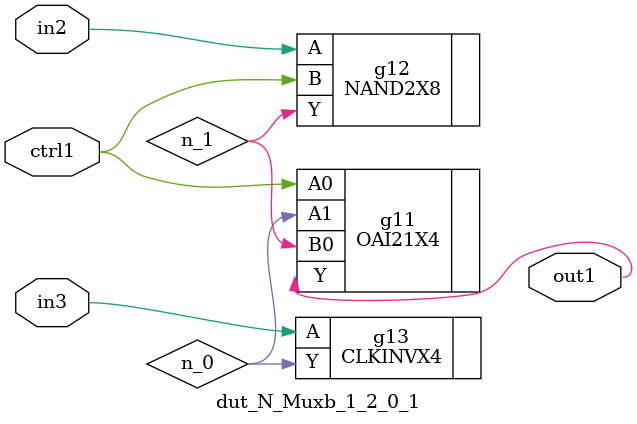
<source format=v>
`timescale 1ps / 1ps


module dut_N_Muxb_1_2_0_1(in3, in2, ctrl1, out1);
  input in3, in2, ctrl1;
  output out1;
  wire in3, in2, ctrl1;
  wire out1;
  wire n_0, n_1;
  OAI21X4 g11(.A0 (ctrl1), .A1 (n_0), .B0 (n_1), .Y (out1));
  NAND2X8 g12(.A (in2), .B (ctrl1), .Y (n_1));
  CLKINVX4 g13(.A (in3), .Y (n_0));
endmodule



</source>
